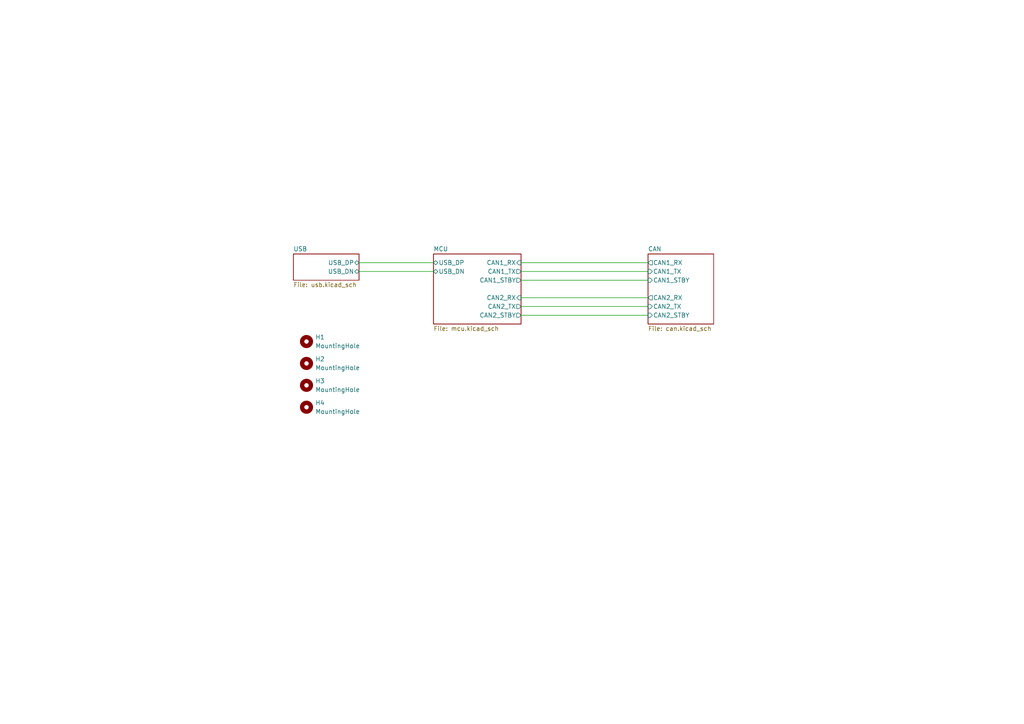
<source format=kicad_sch>
(kicad_sch (version 20250114) (generator "eeschema") (generator_version "9.0")
  (paper "A4")
  (title_block (title "ubiquitous-waddle") (date "2025-12-22") (rev "v2") (company "leonwip <leonwip@proton.me>") (comment 1 "CERN-OHL-P-2.0"))
  (lib_symbols
    (symbol "Mechanical:MountingHole" (pin_names (offset 1.016)) (in_bom no)
      (property "Reference" "H" (at 0 5.08 0))
      (property "Value" "MountingHole" (at 0 3.175 0))
      (symbol "MountingHole_0_1"
        (circle (center 0 0) (radius 1.27) (stroke (width 1.27)))
      )
    )
  )
  (wire (pts (xy 151.13 81.28) (xy 187.96 81.28)))
  (wire (pts (xy 104.14 78.74) (xy 125.73 78.74)))
  (wire (pts (xy 151.13 91.44) (xy 187.96 91.44)))
  (wire (pts (xy 151.13 88.9) (xy 187.96 88.9)))
  (wire (pts (xy 151.13 78.74) (xy 187.96 78.74)))
  (wire (pts (xy 151.13 76.2) (xy 187.96 76.2)))
  (wire (pts (xy 151.13 86.36) (xy 187.96 86.36)))
  (wire (pts (xy 104.14 76.2) (xy 125.73 76.2)))
  (symbol (lib_id "Mechanical:MountingHole") (at 88.9 118.11 0) (unit 1) (in_bom no)
    (property "Reference" "H4" (at 91.44 116.8399 0) (effects (justify left)))
    (property "Value" "MountingHole" (at 91.44 119.3799 0) (effects (justify left)))
    (property "Footprint" "MountingHole:MountingHole_2.7mm_M2.5" (effects (hide yes)))
    (property "Description" "Mounting Hole without connection" (effects (hide yes)))
  )
  (symbol (lib_id "Mechanical:MountingHole") (at 88.9 105.41 0) (unit 1) (in_bom no)
    (property "Reference" "H2" (at 91.44 104.1399 0) (effects (justify left)))
    (property "Value" "MountingHole" (at 91.44 106.6799 0) (effects (justify left)))
    (property "Footprint" "MountingHole:MountingHole_2.7mm_M2.5" (effects (hide yes)))
    (property "Description" "Mounting Hole without connection" (effects (hide yes)))
  )
  (symbol (lib_id "Mechanical:MountingHole") (at 88.9 99.06 0) (unit 1) (in_bom no)
    (property "Reference" "H1" (at 91.44 97.7899 0) (effects (justify left)))
    (property "Value" "MountingHole" (at 91.44 100.3299 0) (effects (justify left)))
    (property "Footprint" "MountingHole:MountingHole_2.7mm_M2.5" (effects (hide yes)))
    (property "Description" "Mounting Hole without connection" (effects (hide yes)))
  )
  (symbol (lib_id "Mechanical:MountingHole") (at 88.9 111.76 0) (unit 1) (in_bom no)
    (property "Reference" "H3" (at 91.44 110.4899 0) (effects (justify left)))
    (property "Value" "MountingHole" (at 91.44 113.0299 0) (effects (justify left)))
    (property "Footprint" "MountingHole:MountingHole_2.7mm_M2.5" (effects (hide yes)))
    (property "Description" "Mounting Hole without connection" (effects (hide yes)))
  )
  (sheet (at 125.73 73.66) (size 25.4 20.32) (stroke (width 0.1524))
    (property "Sheetname" "MCU" (at 125.73 72.9484 0) (effects (justify left bottom)))
    (property "Sheetfile" "mcu.kicad_sch" (at 125.73 94.5646 0) (effects (justify left top)))
    (pin "CAN1_RX" input (at 151.13 76.2 0))
    (pin "CAN1_TX" output (at 151.13 78.74 0))
    (pin "CAN2_RX" input (at 151.13 86.36 0))
    (pin "CAN2_TX" output (at 151.13 88.9 0))
    (pin "USB_DN" bidirectional (at 125.73 78.74 180))
    (pin "USB_DP" bidirectional (at 125.73 76.2 180))
    (pin "CAN1_STBY" output (at 151.13 81.28 0))
    (pin "CAN2_STBY" output (at 151.13 91.44 0))
  )
  (sheet (at 85.09 73.66) (size 19.05 7.62) (stroke (width 0.1524))
    (property "Sheetname" "USB" (at 85.09 72.9484 0) (effects (justify left bottom)))
    (property "Sheetfile" "usb.kicad_sch" (at 85.09 81.8646 0) (effects (justify left top)))
    (pin "USB_DN" bidirectional (at 104.14 78.74 0))
    (pin "USB_DP" bidirectional (at 104.14 76.2 0))
  )
  (sheet (at 187.96 73.66) (size 19.05 20.32) (stroke (width 0.1524))
    (property "Sheetname" "CAN" (at 187.96 72.9484 0) (effects (justify left bottom)))
    (property "Sheetfile" "can.kicad_sch" (at 187.96 94.5646 0) (effects (justify left top)))
    (pin "CAN1_RX" output (at 187.96 76.2 180))
    (pin "CAN1_STBY" input (at 187.96 81.28 180))
    (pin "CAN1_TX" input (at 187.96 78.74 180))
    (pin "CAN2_RX" output (at 187.96 86.36 180))
    (pin "CAN2_STBY" input (at 187.96 91.44 180))
    (pin "CAN2_TX" input (at 187.96 88.9 180))
  )
)
</source>
